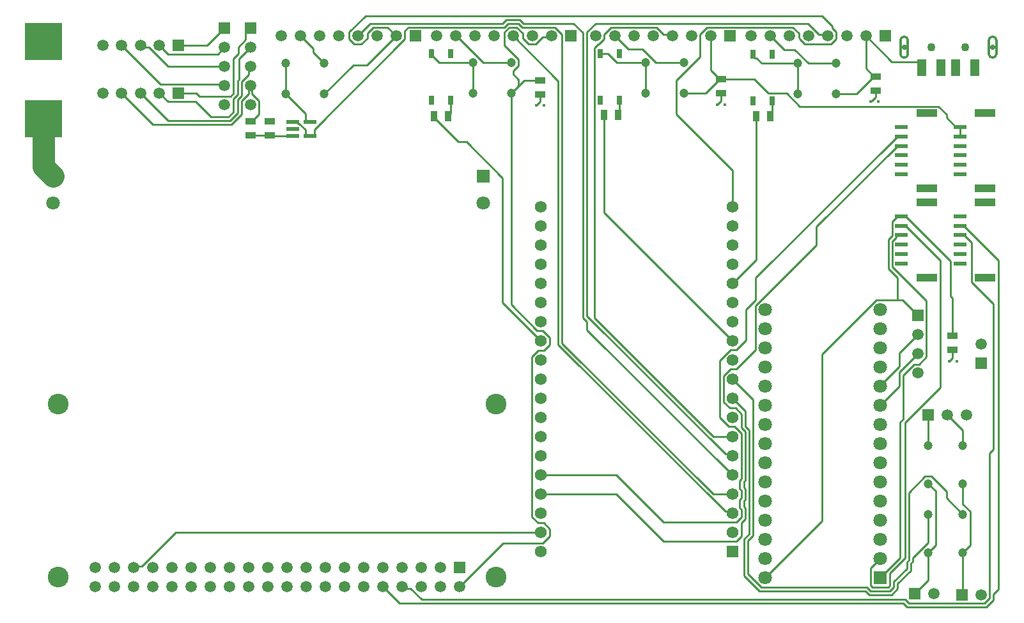
<source format=gbr>
%TF.GenerationSoftware,Altium Limited,Altium Designer,25.1.2 (22)*%
G04 Layer_Physical_Order=1*
G04 Layer_Color=255*
%FSLAX45Y45*%
%MOMM*%
%TF.SameCoordinates,50AF8CB0-8788-4631-97D4-B92DF93AA5B5*%
%TF.FilePolarity,Positive*%
%TF.FileFunction,Copper,L1,Top,Signal*%
%TF.Part,Single*%
G01*
G75*
%TA.AperFunction,NonConductor*%
%ADD10C,0.30000*%
%TA.AperFunction,SMDPad,CuDef*%
%ADD11R,0.80000X1.20000*%
%ADD12R,0.40000X0.46000*%
%ADD13R,1.70000X0.60000*%
%ADD14R,2.80000X1.00000*%
%ADD15R,0.20000X0.20000*%
%TA.AperFunction,ConnectorPad*%
%ADD16R,1.20000X2.30000*%
%TA.AperFunction,SMDPad,CuDef*%
%ADD17R,0.97000X1.38000*%
%ADD18R,1.38000X0.97000*%
G04:AMPARAMS|DCode=19|XSize=1.61mm|YSize=0.59mm|CornerRadius=0.07375mm|HoleSize=0mm|Usage=FLASHONLY|Rotation=0.000|XOffset=0mm|YOffset=0mm|HoleType=Round|Shape=RoundedRectangle|*
%AMROUNDEDRECTD19*
21,1,1.61000,0.44250,0,0,0.0*
21,1,1.46250,0.59000,0,0,0.0*
1,1,0.14750,0.73125,-0.22125*
1,1,0.14750,-0.73125,-0.22125*
1,1,0.14750,-0.73125,0.22125*
1,1,0.14750,0.73125,0.22125*
%
%ADD19ROUNDEDRECTD19*%
%ADD20R,5.00000X5.00000*%
%TA.AperFunction,Conductor*%
%ADD21C,0.25400*%
%ADD22C,3.00000*%
%TA.AperFunction,ComponentPad*%
%ADD23R,1.50000X1.50000*%
%ADD24C,1.50000*%
%ADD25C,1.20000*%
%ADD26R,1.50000X1.50000*%
%ADD27C,0.70000*%
%ADD28C,1.10000*%
%ADD29R,1.56000X1.56000*%
%ADD30C,1.56000*%
%ADD31C,1.80000*%
%ADD32R,1.80000X1.80000*%
%ADD33C,1.50800*%
%ADD34R,1.50800X1.50800*%
%ADD35C,2.75000*%
%ADD36R,1.80000X1.80000*%
D10*
X14298599Y12332800D02*
G03*
X14248599Y12382800I-50000J0D01*
G01*
D02*
G03*
X14198599Y12332800I0J-50000D01*
G01*
Y12152800D02*
G03*
X14248599Y12102800I50000J0D01*
G01*
D02*
G03*
X14298599Y12152800I0J50000D01*
G01*
X15468600Y12332800D02*
G03*
X15418600Y12382800I-50000J0D01*
G01*
D02*
G03*
X15368600Y12332800I0J-50000D01*
G01*
Y12152800D02*
G03*
X15418600Y12102800I50000J0D01*
G01*
D02*
G03*
X15468600Y12152800I0J50000D01*
G01*
X14298599D02*
Y12332800D01*
X14198599Y12152800D02*
Y12332800D01*
X15468600Y12152800D02*
Y12332800D01*
X15368600Y12152800D02*
Y12332800D01*
D11*
X12242800Y11531600D02*
D03*
X12496800D02*
D03*
X12242800Y12146600D02*
D03*
X12496800D02*
D03*
X10477500Y12156600D02*
D03*
X10223500D02*
D03*
X10477500Y11541600D02*
D03*
X10223500D02*
D03*
X8242300Y12156600D02*
D03*
X7988300D02*
D03*
X8242300Y11541600D02*
D03*
X7988300D02*
D03*
D12*
X13906500Y11518900D02*
D03*
X13806500D02*
D03*
X11874500Y11480800D02*
D03*
X11774500D02*
D03*
X14947900Y8077200D02*
D03*
X14847900D02*
D03*
X9474200Y11471100D02*
D03*
X9374200D02*
D03*
D13*
X14211301Y10558700D02*
D03*
Y10683700D02*
D03*
Y11183700D02*
D03*
Y11058700D02*
D03*
Y10933700D02*
D03*
Y10808700D02*
D03*
X14986000D02*
D03*
Y10933700D02*
D03*
Y11058700D02*
D03*
Y11183700D02*
D03*
Y10683700D02*
D03*
Y10558700D02*
D03*
X14211301Y9374600D02*
D03*
Y9499600D02*
D03*
Y9999600D02*
D03*
Y9874600D02*
D03*
Y9749600D02*
D03*
Y9624600D02*
D03*
X14986000Y9374600D02*
D03*
Y9499600D02*
D03*
Y9999600D02*
D03*
Y9874600D02*
D03*
Y9749600D02*
D03*
Y9624600D02*
D03*
D14*
X14546300Y11368700D02*
D03*
Y10373700D02*
D03*
X15321001D02*
D03*
Y11368700D02*
D03*
X14546300Y10184600D02*
D03*
Y9189600D02*
D03*
X15321001Y10184600D02*
D03*
Y9189600D02*
D03*
D15*
X14248599Y12102800D02*
D03*
X15418600D02*
D03*
D16*
X15183600Y11967800D02*
D03*
X14933600D02*
D03*
X14733600D02*
D03*
X14483600D02*
D03*
D17*
X12289500Y11328400D02*
D03*
X12475500D02*
D03*
X10270200Y11341100D02*
D03*
X10456200D02*
D03*
X8022300Y11328400D02*
D03*
X8208300D02*
D03*
D18*
X13868401Y11667200D02*
D03*
Y11853200D02*
D03*
X11823700Y11815100D02*
D03*
Y11629100D02*
D03*
X14884399Y8225500D02*
D03*
Y8411500D02*
D03*
X9423400Y11616400D02*
D03*
Y11802400D02*
D03*
X5588000Y11258700D02*
D03*
Y11072700D02*
D03*
X5841800Y11258700D02*
D03*
Y11072700D02*
D03*
D19*
X6375400Y11252200D02*
D03*
Y11062200D02*
D03*
X6146400D02*
D03*
Y11157200D02*
D03*
Y11252200D02*
D03*
D20*
X2844800Y11290300D02*
D03*
Y12319000D02*
D03*
D21*
X9716700Y8317300D02*
Y12414247D01*
Y8317300D02*
X11722100Y6311900D01*
X11976100D01*
X9665900Y8296258D02*
X11879269Y6082889D01*
X9067800Y12395200D02*
X9665900Y11797100D01*
Y8296258D02*
Y11797100D01*
X14884399Y8411500D02*
Y8914400D01*
X14862900Y8935900D02*
X14884399Y8914400D01*
X14862900Y8935900D02*
Y9403000D01*
X14266299Y9999600D02*
X14862900Y9403000D01*
X14211301Y9999600D02*
X14266299D01*
X14724400Y7727382D02*
Y9416500D01*
X14266299Y9874600D02*
X14724400Y9416500D01*
X14262100Y7265082D02*
X14724400Y7727382D01*
X10046900Y8495100D02*
Y8605416D01*
X14156300Y10933700D02*
X14211301D01*
X13081595Y9858995D02*
X14156300Y10933700D01*
X13081595Y9617856D02*
Y9858995D01*
X12279800Y8816061D02*
X13081595Y9617856D01*
X12279800Y8229410D02*
Y8816061D01*
X12024190Y7973800D02*
X12279800Y8229410D01*
X11949810Y7973800D02*
X12024190D01*
X11860000Y7883990D02*
X11949810Y7973800D01*
X11860000Y7533810D02*
Y7883990D01*
Y7533810D02*
X11938910Y7454900D01*
X12013290D01*
X12092200Y7375990D01*
Y7193832D02*
Y7375990D01*
Y7193832D02*
X12143000Y7143032D01*
Y6496768D02*
Y7143032D01*
X12127216Y6480984D02*
X12143000Y6496768D01*
X12127216Y6396816D02*
Y6480984D01*
Y6396816D02*
X12143000Y6381032D01*
Y6242768D02*
Y6381032D01*
X12127216Y6226984D02*
X12143000Y6242768D01*
X12127216Y6142816D02*
Y6226984D01*
Y6142816D02*
X12143000Y6127032D01*
Y5988768D02*
Y6127032D01*
X12091295Y5937063D02*
X12143000Y5988768D01*
X12091295Y5852895D02*
Y5937063D01*
Y5852895D02*
X12092200Y5851990D01*
Y5755810D02*
Y5851990D01*
X12024190Y5687800D02*
X12092200Y5755810D01*
X11059865Y5687800D02*
X12024190D01*
X10435765Y6311900D02*
X11059865Y5687800D01*
X9436100Y6311900D02*
X10435765D01*
X11809200Y8087190D02*
X11949810Y8227800D01*
X11976100Y7835900D02*
X12244600Y7567400D01*
X12177964Y5697890D02*
X12244600Y5764526D01*
X12127164Y5718932D02*
X12193800Y5785568D01*
Y7164074D01*
X12151995Y8760098D02*
X12279800Y8887902D01*
X12151995Y8355605D02*
Y8760098D01*
X12024190Y8227800D02*
X12151995Y8355605D01*
X11949810Y8227800D02*
X12024190D01*
X12244600Y5764526D02*
Y7567400D01*
X12143000Y7214874D02*
X12193800Y7164074D01*
X12143000Y7214874D02*
Y7415000D01*
X12177964Y5255775D02*
Y5697890D01*
X12127164Y5234733D02*
Y5718932D01*
X12279800Y8887902D02*
Y9182200D01*
X12065000Y6490610D02*
X12092200Y6517810D01*
X12065000Y6387190D02*
Y6490610D01*
Y6387190D02*
X12092200Y6359990D01*
Y6517810D02*
Y7121990D01*
Y6263810D02*
Y6359990D01*
Y6009810D02*
Y6105990D01*
X12065000Y6133190D02*
Y6236610D01*
Y6133190D02*
X12092200Y6105990D01*
X12065000Y6236610D02*
X12092200Y6263810D01*
X12002390Y7211800D02*
X12092200Y7121990D01*
X11976100Y7581900D02*
X12143000Y7415000D01*
X12024190Y5941800D02*
X12092200Y6009810D01*
X11059865Y5941800D02*
X12024190D01*
X10435765Y6565900D02*
X11059865Y5941800D01*
X7405300Y12508300D02*
X7518400Y12395200D01*
X7217552Y12508300D02*
X7405300D01*
X7137400Y12428148D02*
X7217552Y12508300D01*
X7137400Y12362252D02*
Y12428148D01*
X7057248Y12282100D02*
X7137400Y12362252D01*
X6963552Y12282100D02*
X7057248D01*
X6897300Y12348352D02*
X6963552Y12282100D01*
X6897300Y12348352D02*
Y12442048D01*
X7115952Y12660700D01*
X13158400D01*
X13296899Y12522200D01*
Y12496800D02*
Y12522200D01*
Y12496800D02*
X13346500Y12447200D01*
Y12348352D02*
Y12447200D01*
X13280247Y12282100D02*
X13346500Y12348352D01*
X12932552Y12282100D02*
X13280247D01*
X12866299Y12348352D02*
X12932552Y12282100D01*
X12866299Y12348352D02*
Y12358300D01*
X12852400Y12372200D02*
X12866299Y12358300D01*
X12852400Y12372200D02*
Y12428147D01*
X12772247Y12508300D02*
X12852400Y12428147D01*
X11637152Y12508300D02*
X12772247D01*
X11543100Y12414248D02*
X11637152Y12508300D01*
X11543100Y12115566D02*
Y12414248D01*
X11230300Y11802766D02*
X11543100Y12115566D01*
X11230300Y11352903D02*
Y11802766D01*
Y11352903D02*
X11976100Y10607103D01*
Y10121900D02*
Y10607103D01*
X7010400Y12395200D02*
X7174300Y12559100D01*
X8928069D01*
X9207531D02*
X9869782D01*
X9186489Y12508300D02*
X9622647D01*
X9156731Y12609900D02*
X9207531Y12559100D01*
X8978869Y12609900D02*
X9156731D01*
X8928069Y12559100D02*
X8978869Y12609900D01*
X9869782Y12559100D02*
X9996100Y12432782D01*
X7631500Y12458182D02*
X7681618Y12508300D01*
X8999911Y12559100D02*
X9135689D01*
X7681618Y12508300D02*
X8949111D01*
X8999911Y12559100D01*
X9135689D02*
X9186489Y12508300D01*
X9622647D02*
X9716700Y12414247D01*
X10163952Y12559100D02*
X12975449D01*
X10046900Y12442048D02*
X10163952Y12559100D01*
X13214352Y12376152D02*
X13233400Y12395200D01*
X12975449Y12559100D02*
X13120300Y12414248D01*
X13214352D02*
X13233400Y12395200D01*
X13120300Y12414248D02*
X13214352D01*
X12264100Y11815100D02*
X12449500Y11629700D01*
X11823700Y11815100D02*
X12264100D01*
X12449500Y11629700D02*
X12691766D01*
X12863666Y11457800D01*
X14701082D01*
X12362500Y12026900D02*
X12839700D01*
X12797154Y12208180D02*
X12978435Y12026900D01*
X10046900Y8677258D02*
Y12442048D01*
X10959134Y12039600D02*
X11328400D01*
X10784204Y12214530D02*
X10959134Y12039600D01*
X10594670Y12214530D02*
X10784204D01*
X10414000Y12395200D02*
X10594670Y12214530D01*
X10145400Y8650600D02*
Y12232382D01*
X10206848Y12282100D02*
X10273300Y12348552D01*
X10195118Y12282100D02*
X10206848D01*
X9996100Y8656217D02*
Y12432782D01*
X10273300Y12348552D02*
Y12414448D01*
X10145400Y12232382D02*
X10195118Y12282100D01*
X10273300Y12414448D02*
X10367152Y12508300D01*
X10968848D01*
X10223500Y12156600D02*
X10323618D01*
X10440618Y12039600D01*
X10820400D01*
X10968848Y12508300D02*
X11062900Y12414248D01*
X10270200Y10049800D02*
X11976100Y8343900D01*
X13158160Y8170420D02*
X13878841Y8891099D01*
X12279800Y9182200D02*
X14156300Y11058700D01*
X13158160Y5957261D02*
Y8170420D01*
X11809200Y7330610D02*
Y8087190D01*
X14156300Y11058700D02*
X14211301D01*
X11809200Y7330610D02*
X11928010Y7211800D01*
X12002390D01*
X9436100Y6565900D02*
X10435765D01*
X10270200Y10049800D02*
Y11341100D01*
X11976100Y9105900D02*
X12289500Y9419300D01*
Y11328400D01*
X12253700Y11292600D02*
X12289500Y11328400D01*
X11879269Y6082889D02*
X11951111D01*
X11976100Y6057900D01*
X12177964Y5255775D02*
X12354839Y5078900D01*
X12127164Y5234733D02*
X12333798Y5028100D01*
X14701082Y11457800D02*
X14807890Y11350991D01*
Y11306809D02*
Y11350991D01*
Y11306809D02*
X14931000Y11183700D01*
X14986000D01*
Y11058700D02*
Y11183700D01*
Y9749600D02*
X15041000D01*
X15142900Y9647700D01*
Y9123818D02*
Y9647700D01*
Y9123818D02*
X15429300Y8837418D01*
Y6909886D02*
Y8837418D01*
X15378500Y6859086D02*
X15429300Y6909886D01*
X15378500Y4931552D02*
Y6859086D01*
X15312248Y4865300D02*
X15378500Y4931552D01*
X14311018Y4865300D02*
X15312248D01*
X14260217Y4916100D02*
X14311018Y4865300D01*
X7857687Y4916100D02*
X14260217D01*
X7708100Y5065687D02*
X7857687Y4916100D01*
X7614613Y5065687D02*
X7708100D01*
X7594600Y5085700D02*
X7614613Y5065687D01*
X14239175Y4865300D02*
X14289977Y4814500D01*
X15429300Y4910511D02*
Y4982352D01*
X15499100Y5052152D01*
X7561000Y4865300D02*
X14239175D01*
X15333289Y4814500D02*
X15429300Y4910511D01*
X14289977Y4814500D02*
X15333289D01*
X15499100Y5052152D02*
Y9416500D01*
X15041000Y9874600D02*
X15499100Y9416500D01*
X7340600Y5085700D02*
X7561000Y4865300D01*
X14986000Y9874600D02*
X15041000D01*
X13931900Y5207000D02*
X14194775Y5469876D01*
Y7269600D01*
X14233220Y7308044D01*
Y7890768D01*
X14380351Y8037900D01*
X14446248D01*
X14540300Y8131952D01*
Y8876720D01*
X14088200Y9328820D02*
X14540300Y8876720D01*
X14088200Y9328820D02*
Y9670381D01*
X14139000Y9721181D01*
Y9732300D01*
X14156300Y9749600D01*
X14211301D01*
X14110800Y5080177D02*
Y5152018D01*
X13803799Y5101218D02*
Y5332900D01*
X13931900Y5461000D01*
X14160500Y8891099D02*
Y9184678D01*
X14037399Y9307778D02*
X14160500Y9184678D01*
X14037399Y9307778D02*
Y9691423D01*
X14363699Y5472734D02*
X14566901Y5675934D01*
X14312900Y5444316D02*
Y6336334D01*
X14281973Y5413390D02*
X14312900Y5444316D01*
Y6336334D02*
X14526266Y6549700D01*
X14281973Y5323192D02*
Y5413390D01*
X13733235Y5028100D02*
X13784035Y4977300D01*
X14079765D01*
X14161600Y5059135D01*
X12333798Y5028100D02*
X13733235D01*
X14161600Y5130977D02*
X14332774Y5302150D01*
X14058723Y5028100D02*
X14110800Y5080177D01*
X13805077Y5028100D02*
X14058723D01*
X13754277Y5078900D02*
X13805077Y5028100D01*
X14110800Y5152018D02*
X14281973Y5323192D01*
X12354839Y5078900D02*
X13754277D01*
X14088200Y9742223D02*
Y9931500D01*
X13803799Y5101218D02*
X13826118Y5078900D01*
X14037682D01*
X14060001Y5101218D01*
X14363699Y5423274D02*
Y5472734D01*
X13878841Y8891099D02*
X14160500D01*
X14332774Y5302150D02*
Y5392348D01*
X14363699Y5423274D01*
X14037399Y9691423D02*
X14088200Y9742223D01*
X14160500Y8891099D02*
X14222900D01*
X14262100Y5465358D02*
Y7265082D01*
X14060001Y5263258D02*
X14262100Y5465358D01*
X14060001Y5101218D02*
Y5263258D01*
X14161600Y5059135D02*
Y5130977D01*
X14182420Y7743520D02*
Y7934020D01*
X13931900Y7493000D02*
X14182420Y7743520D01*
Y7934020D02*
X14427200Y8178800D01*
X13931900Y7755342D02*
X14182420Y8005862D01*
Y8188020D01*
X14526266Y6549700D02*
X14607533D01*
X14806767Y6262533D02*
Y6350468D01*
X14211301Y9874600D02*
X14266299D01*
X14607533Y6549700D02*
X14806767Y6350468D01*
X14088200Y9931500D02*
X14156300Y9999600D01*
X14211301D01*
X13847900Y11853200D02*
X13868401D01*
X13615199Y11620500D02*
X13847900Y11853200D01*
X13347701Y11620500D02*
X13615199D01*
X13741400Y11959700D02*
X13847900Y11853200D01*
X13741400Y11959700D02*
Y12395200D01*
X9042400Y11633200D02*
X9211600Y11802400D01*
X9423400D01*
X9374200Y11471100D02*
Y11474100D01*
X9423400Y11523300D01*
Y11616400D01*
X11684000Y11934300D02*
X11803200Y11815100D01*
X11684000Y11934300D02*
Y12395200D01*
X11774500Y11480800D02*
Y11483800D01*
X11823700Y11533000D01*
Y11629100D01*
X11621300Y11633200D02*
X11803200Y11815100D01*
X11328400Y11633200D02*
X11621300D01*
X11951111Y6844889D02*
X11976100Y6819900D01*
X11879269Y6844889D02*
X11951111D01*
X10046900Y8677258D02*
X11879269Y6844889D01*
X9996100Y8656217D02*
X10046900Y8605416D01*
X10145400Y8650600D02*
X11722100Y7073900D01*
X11976100D01*
X12471400Y12395200D02*
X12658420Y12208180D01*
X12797154D01*
X12978435Y12026900D02*
X13347701D01*
X14483600Y11967800D02*
Y12002400D01*
X14436301Y12049700D02*
X14483600Y12002400D01*
X14086900Y12049700D02*
X14436301D01*
X13741400Y12395200D02*
X14086900Y12049700D01*
X12496800Y11349700D02*
Y11531600D01*
X12475500Y11328400D02*
X12496800Y11349700D01*
X12839700Y11620500D02*
Y12026900D01*
X12290100Y12099300D02*
X12362500Y12026900D01*
X12270100Y12099300D02*
X12290100D01*
X12242800Y12126600D02*
X12270100Y12099300D01*
X12242800Y12126600D02*
Y12146600D01*
X11062900Y12414248D02*
X11156952D01*
X11176000Y12395200D01*
X10456200Y11341100D02*
X10477500Y11362400D01*
Y11541600D01*
X9140500Y11731300D02*
Y11811482D01*
X9067800Y11926266D02*
X9140500Y11998966D01*
X9067800Y11884182D02*
Y11926266D01*
Y11884182D02*
X9140500Y11811482D01*
Y11998966D02*
Y12080234D01*
X9042400Y11633200D02*
X9140500Y11731300D01*
X9042400Y8827410D02*
Y11633200D01*
X8954700Y12266034D02*
X9140500Y12080234D01*
X10046900Y8495100D02*
X11976100Y6565900D01*
X8954700Y12266034D02*
Y12442048D01*
X9020952Y12508300D01*
X9114648D01*
X9194800Y12428148D01*
Y12362253D02*
Y12428148D01*
Y12362253D02*
X9274952Y12282100D01*
X9368648D01*
X9462700Y12376152D01*
X9556752D01*
X9575800Y12395200D01*
X7631500Y12348352D02*
Y12458182D01*
X6435825Y11152677D02*
X7631500Y12348352D01*
X6375400Y11062200D02*
X6419025D01*
X6435825Y11079000D02*
Y11152677D01*
X6419025Y11062200D02*
X6435825Y11079000D01*
X6331775Y11062200D02*
X6375400D01*
X8451441Y10984841D02*
X8926933Y10509349D01*
X8022300Y11307900D02*
X8345359Y10984841D01*
X8926933Y8853067D02*
Y10509349D01*
X8345359Y10984841D02*
X8451441D01*
X8317534Y12395200D02*
X8673134Y12039600D01*
X9042400D01*
X9388010Y8481800D02*
X9462390D01*
X9042400Y8827410D02*
X9388010Y8481800D01*
X9462390D02*
X9552200Y8391990D01*
X9473290Y8216900D02*
X9552200Y8295810D01*
Y8391990D01*
X9320000Y8137990D02*
X9398910Y8216900D01*
X9473290D01*
X9320000Y6009810D02*
Y8137990D01*
X6057900Y11620500D02*
Y12026900D01*
Y11620500D02*
X6314975Y11363425D01*
Y11269000D02*
Y11363425D01*
Y11269000D02*
X6331775Y11252200D01*
X6375400D01*
X6314975Y11079000D02*
X6331775Y11062200D01*
X6314975Y11079000D02*
Y11148186D01*
X6238361Y11224800D02*
X6314975Y11148186D01*
X6224800Y11224800D02*
X6238361D01*
X6197400Y11252200D02*
X6224800Y11224800D01*
X6146400Y11252200D02*
X6197400D01*
X5588000Y11258700D02*
X5608500D01*
X5701100Y11351300D01*
Y11527648D01*
X5607048Y11621700D02*
X5701100Y11527648D01*
X5607048Y11621700D02*
Y11715752D01*
X5588000Y11734800D02*
X5607048Y11715752D01*
X5841800Y11072700D02*
X5841800Y11072700D01*
X5588000Y11072700D02*
X5841800D01*
X5852300Y11062200D02*
X6146400D01*
X5841800Y11072700D02*
X5852300Y11062200D01*
X8022300Y11307900D02*
Y11328400D01*
X6418449Y12174351D02*
X6565900Y12026900D01*
X6248400Y12395200D02*
X6418449Y12225151D01*
Y12174351D02*
Y12225151D01*
X6950380Y12004980D02*
X7128180D01*
X6565900Y11620500D02*
X6950380Y12004980D01*
X7128180D02*
X7518400Y12395200D01*
X8926933Y8853067D02*
X9436100Y8343900D01*
X9473290Y5930900D02*
X9552200Y5851990D01*
X9398910Y5930900D02*
X9473290D01*
X9320000Y6009810D02*
X9398910Y5930900D01*
X8208300Y11328400D02*
X8242300Y11362400D01*
Y11541600D01*
X7988300Y12136600D02*
Y12156600D01*
Y12136600D02*
X8085300Y12039600D01*
X8534400D01*
Y11633200D02*
Y12039600D01*
X8305800Y12395200D02*
X8317534D01*
X8356600Y5085700D02*
X8936900Y5666000D01*
X9462390D01*
X9552200Y5755810D01*
Y5851990D01*
X14222900Y8891099D02*
X14427200Y8686800D01*
X12407900Y5207000D02*
X13158160Y5957261D01*
X14182420Y8188020D02*
X14427200Y8432800D01*
X13931900Y7747000D02*
Y7755342D01*
X14566901Y5675934D02*
Y6045200D01*
X14806767Y6262533D02*
X15024100Y6045200D01*
X14566901Y5537200D02*
X14664999Y5635300D01*
Y6353500D01*
X15024100Y6959600D02*
Y7162800D01*
X14820900Y7366000D02*
X15024100Y7162800D01*
X14566901Y6959600D02*
Y7366000D01*
Y6451600D02*
X14664999Y6353500D01*
X15024100Y5537200D02*
X15122200Y5635300D01*
Y6085834D01*
X15024100Y6183934D02*
X15122200Y6085834D01*
X15024100Y6183934D02*
Y6451600D01*
X15011400Y4978400D02*
X15024100Y4991100D01*
Y5537200D01*
X14389101Y4991100D02*
X14566901Y5168900D01*
Y5537200D01*
X5233200Y11746700D02*
X5245100Y11734800D01*
X4401100Y11746700D02*
X5233200D01*
X3881500Y12266300D02*
X4401100Y11746700D01*
X4498487Y11988800D02*
X5245100D01*
X4244981Y12242306D02*
X4498487Y11988800D01*
X4155494Y12242306D02*
X4244981D01*
X4131500Y12266300D02*
X4155494Y12242306D01*
X5155100Y12152800D02*
X5245100Y12242800D01*
X4495000Y12152800D02*
X5155100D01*
X4381500Y12266300D02*
X4495000Y12152800D01*
X5014600Y12266300D02*
X5245100Y12496800D01*
X4631500Y12266300D02*
X5014600D01*
X5568952Y11715752D02*
X5588000Y11734800D01*
X5568952Y11621700D02*
Y11715752D01*
X5474900Y11527648D02*
X5568952Y11621700D01*
X5474900Y11349785D02*
Y11527648D01*
X5340415Y11215300D02*
X5474900Y11349785D01*
X4299400Y11215300D02*
X5340415D01*
X3881500Y11633200D02*
X4299400Y11215300D01*
X4864100Y11518900D02*
X5066100Y11316900D01*
X5298331D01*
X4131500Y11633200D02*
X4498600Y11266100D01*
X5474900Y11599489D02*
Y11781648D01*
X5424100Y11548689D02*
X5474900Y11599489D01*
X4498600Y11266100D02*
X5319373D01*
X5424100Y11370827D02*
Y11548689D01*
X5319373Y11266100D02*
X5424100Y11370827D01*
X5358200Y11554631D02*
X5417745Y11614176D01*
X5358200Y11376769D02*
Y11554631D01*
X4874400Y11633200D02*
X4913700Y11593900D01*
X5298331Y11316900D02*
X5358200Y11376769D01*
X5360899Y11629172D02*
Y12087541D01*
X5325627Y11593900D02*
X5360899Y11629172D01*
X4913700Y11593900D02*
X5325627D01*
X5417745Y11614176D02*
Y11796335D01*
X5568952Y11969752D02*
X5588000Y11988800D01*
X5568952Y11875700D02*
Y11969752D01*
X5474900Y11781648D02*
X5568952Y11875700D01*
X5438574Y11817164D02*
Y12093374D01*
X5417745Y11796335D02*
X5438574Y11817164D01*
X5360899Y12087541D02*
X5429850Y12156492D01*
X5438574Y12093374D02*
X5588000Y12242800D01*
X4495800Y11518900D02*
X4864100D01*
X4381500Y11633200D02*
X4495800Y11518900D01*
X5429850Y12156492D02*
Y12244598D01*
X5525700Y12340448D01*
Y12434500D02*
X5588000Y12496800D01*
X5525700Y12340448D02*
Y12434500D01*
X4631500Y11633200D02*
X4874400D01*
X10820400D02*
Y12039600D01*
X4596287Y5803900D02*
X9436100D01*
X4152100Y5359713D02*
X4596287Y5803900D01*
X4058613Y5359713D02*
X4152100D01*
X4038600Y5339700D02*
X4058613Y5359713D01*
X14847900Y8077200D02*
Y8080200D01*
X14884399Y8116700D01*
Y8225500D01*
X13806500Y11518900D02*
Y11521900D01*
X13813800Y11529200D01*
X13816800D01*
X13868401Y11580800D01*
Y11667200D01*
D22*
X2844800Y10655300D02*
Y11290300D01*
Y10655300D02*
X2971800Y10528300D01*
D23*
X15265401Y8051800D02*
D03*
X5588000Y12496800D02*
D03*
X5245100D02*
D03*
X14427200Y8686800D02*
D03*
D24*
X15265401Y8305800D02*
D03*
X5588000Y11480800D02*
D03*
Y11734800D02*
D03*
Y11988800D02*
D03*
Y12242800D02*
D03*
X5245100Y11480800D02*
D03*
Y11734800D02*
D03*
Y11988800D02*
D03*
Y12242800D02*
D03*
X14643100Y4991100D02*
D03*
X15265401Y4978400D02*
D03*
X13741400Y12395200D02*
D03*
X13487399D02*
D03*
X13233400D02*
D03*
X12979401D02*
D03*
X12725400D02*
D03*
X12471400D02*
D03*
X12217400D02*
D03*
X11684000D02*
D03*
X11430000D02*
D03*
X11176000D02*
D03*
X10922000D02*
D03*
X10668000D02*
D03*
X10414000D02*
D03*
X10160000D02*
D03*
X9575800D02*
D03*
X9321800D02*
D03*
X9067800D02*
D03*
X8813800D02*
D03*
X8559800D02*
D03*
X8305800D02*
D03*
X8051800D02*
D03*
X7518400D02*
D03*
X7264400D02*
D03*
X7010400D02*
D03*
X6756400D02*
D03*
X6502400D02*
D03*
X6248400D02*
D03*
X5994400D02*
D03*
X14820900Y7366000D02*
D03*
X15074899D02*
D03*
X14427200Y8432800D02*
D03*
Y8178800D02*
D03*
Y7924800D02*
D03*
D25*
X13347701Y12026900D02*
D03*
X12839700D02*
D03*
Y11620500D02*
D03*
X13347701D02*
D03*
X6057900Y12026900D02*
D03*
X6565900D02*
D03*
X6057900Y11620500D02*
D03*
X6565900D02*
D03*
X10820400Y12039600D02*
D03*
X11328400D02*
D03*
X10820400Y11633200D02*
D03*
X11328400D02*
D03*
X14566901Y5537200D02*
D03*
Y6045200D02*
D03*
Y6451600D02*
D03*
Y6959600D02*
D03*
X15024100Y5537200D02*
D03*
Y6045200D02*
D03*
Y6451600D02*
D03*
Y6959600D02*
D03*
X8534400Y12039600D02*
D03*
X9042400D02*
D03*
X8534400Y11633200D02*
D03*
X9042400D02*
D03*
D26*
X14389101Y4991100D02*
D03*
X15011400Y4978400D02*
D03*
X13995399Y12395200D02*
D03*
X11938000D02*
D03*
X9829800D02*
D03*
X7772400D02*
D03*
X14566901Y7366000D02*
D03*
D27*
X14248599Y12242800D02*
D03*
X15418600D02*
D03*
D28*
X14608600D02*
D03*
X15058600D02*
D03*
D29*
X11976100Y5549900D02*
D03*
D30*
Y5803900D02*
D03*
Y10121900D02*
D03*
Y6057900D02*
D03*
Y6311900D02*
D03*
Y6565900D02*
D03*
Y6819900D02*
D03*
Y7073900D02*
D03*
Y7327900D02*
D03*
Y7581900D02*
D03*
Y7835900D02*
D03*
Y8089900D02*
D03*
Y8343900D02*
D03*
Y8597900D02*
D03*
Y8851900D02*
D03*
Y9105900D02*
D03*
Y9359900D02*
D03*
Y9613900D02*
D03*
Y9867900D02*
D03*
X9436100Y5549900D02*
D03*
Y5803900D02*
D03*
Y6057900D02*
D03*
Y6311900D02*
D03*
Y6565900D02*
D03*
Y6819900D02*
D03*
Y7073900D02*
D03*
Y7327900D02*
D03*
Y7581900D02*
D03*
Y7835900D02*
D03*
Y8089900D02*
D03*
Y8343900D02*
D03*
Y8597900D02*
D03*
Y8851900D02*
D03*
Y9105900D02*
D03*
Y9359900D02*
D03*
Y9613900D02*
D03*
Y9867900D02*
D03*
Y10121900D02*
D03*
D31*
X12407900Y5207000D02*
D03*
Y5461000D02*
D03*
Y5715000D02*
D03*
Y5969000D02*
D03*
Y6223000D02*
D03*
Y6477000D02*
D03*
Y6731000D02*
D03*
Y6985000D02*
D03*
Y7239000D02*
D03*
Y7493000D02*
D03*
Y7747000D02*
D03*
Y8001000D02*
D03*
Y8255000D02*
D03*
Y8509000D02*
D03*
Y8763000D02*
D03*
X13931900D02*
D03*
Y8509000D02*
D03*
Y8255000D02*
D03*
Y8001000D02*
D03*
Y7747000D02*
D03*
Y7493000D02*
D03*
Y7239000D02*
D03*
Y6985000D02*
D03*
Y6731000D02*
D03*
Y6477000D02*
D03*
Y6223000D02*
D03*
Y5969000D02*
D03*
Y5715000D02*
D03*
Y5461000D02*
D03*
X8674100Y10178300D02*
D03*
X2971800D02*
D03*
D32*
X13931900Y5207000D02*
D03*
D33*
X4131500Y12266300D02*
D03*
X3881500D02*
D03*
X4381500D02*
D03*
X3631500D02*
D03*
X4131500Y11633200D02*
D03*
X3881500D02*
D03*
X4381500D02*
D03*
X3631500D02*
D03*
X3530600Y5085700D02*
D03*
Y5339700D02*
D03*
X3784600Y5085700D02*
D03*
Y5339700D02*
D03*
X4038600Y5085700D02*
D03*
Y5339700D02*
D03*
X4292600Y5085700D02*
D03*
Y5339700D02*
D03*
X4546600Y5085700D02*
D03*
Y5339700D02*
D03*
X4800600Y5085700D02*
D03*
Y5339700D02*
D03*
X5054600Y5085700D02*
D03*
Y5339700D02*
D03*
X5308600Y5085700D02*
D03*
Y5339700D02*
D03*
X5562600Y5085700D02*
D03*
Y5339700D02*
D03*
X5816600Y5085700D02*
D03*
Y5339700D02*
D03*
X6070600Y5085700D02*
D03*
Y5339700D02*
D03*
X6324600Y5085700D02*
D03*
Y5339700D02*
D03*
X6578600Y5085700D02*
D03*
Y5339700D02*
D03*
X6832600Y5085700D02*
D03*
Y5339700D02*
D03*
X7086600Y5085700D02*
D03*
Y5339700D02*
D03*
X7340600Y5085700D02*
D03*
Y5339700D02*
D03*
X7594600Y5085700D02*
D03*
Y5339700D02*
D03*
X7848600Y5085700D02*
D03*
Y5339700D02*
D03*
X8102600Y5085700D02*
D03*
Y5339700D02*
D03*
X8356600Y5085700D02*
D03*
D34*
X4631500Y12266300D02*
D03*
Y11633200D02*
D03*
X8356600Y5339700D02*
D03*
D35*
X3043600Y5212700D02*
D03*
Y7512700D02*
D03*
X8843600Y5212700D02*
D03*
Y7512700D02*
D03*
D36*
X8674100Y10528300D02*
D03*
X2971800D02*
D03*
%TF.MD5,5f19e100f9b3b15c4e2cf4d90bf7287a*%
M02*

</source>
